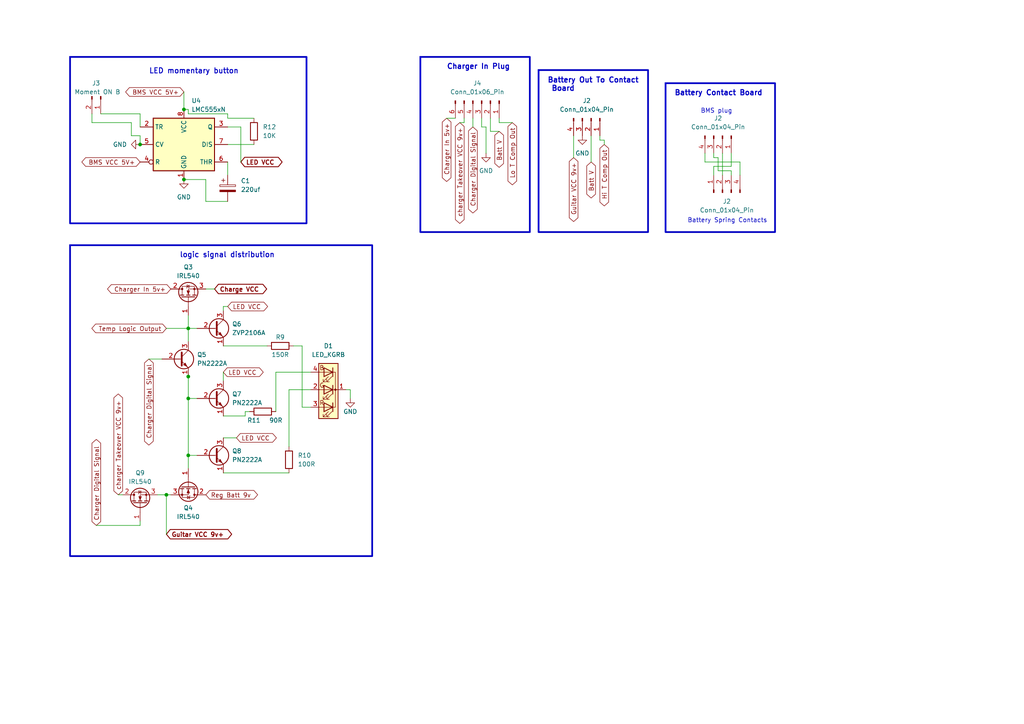
<source format=kicad_sch>
(kicad_sch (version 20230121) (generator eeschema)
  (paper "A4")
  (lib_symbols
    (symbol "Connector:Conn_01x02_Pin" (pin_names (offset 1.016) hide)
      (property "Reference" "J" (at 0 2.54 0))
      (property "Value" "Conn_01x02_Pin" (at 0 -5.08 0))
      (symbol "Conn_01x02_Pin_1_1"
        (polyline (pts (xy 1.27 -2.54) (xy 0.8636 -2.54)) (stroke (width 0.1524)))
        (polyline (pts (xy 1.27 0) (xy 0.8636 0)) (stroke (width 0.1524)))
        (rectangle (start 0.8636 -2.413) (end 0 -2.667) (stroke (width 0.1524)) (fill (type outline)))
        (rectangle (start 0.8636 0.127) (end 0 -0.127) (stroke (width 0.1524)) (fill (type outline)))
        (pin passive line (at 5.08 0 180) (length 3.81) (name "Pin_1") (number "1"))
        (pin passive line (at 5.08 -2.54 180) (length 3.81) (name "Pin_2") (number "2"))
      )
    )
    (symbol "Connector:Conn_01x04_Pin" (pin_names (offset 1.016) hide)
      (property "Reference" "J" (at 0 5.08 0))
      (property "Value" "Conn_01x04_Pin" (at 0 -7.62 0))
      (symbol "Conn_01x04_Pin_1_1"
        (polyline (pts (xy 1.27 -5.08) (xy 0.8636 -5.08)) (stroke (width 0.1524)))
        (polyline (pts (xy 1.27 -2.54) (xy 0.8636 -2.54)) (stroke (width 0.1524)))
        (polyline (pts (xy 1.27 0) (xy 0.8636 0)) (stroke (width 0.1524)))
        (polyline (pts (xy 1.27 2.54) (xy 0.8636 2.54)) (stroke (width 0.1524)))
        (rectangle (start 0.8636 -4.953) (end 0 -5.207) (stroke (width 0.1524)) (fill (type outline)))
        (rectangle (start 0.8636 -2.413) (end 0 -2.667) (stroke (width 0.1524)) (fill (type outline)))
        (rectangle (start 0.8636 0.127) (end 0 -0.127) (stroke (width 0.1524)) (fill (type outline)))
        (rectangle (start 0.8636 2.667) (end 0 2.413) (stroke (width 0.1524)) (fill (type outline)))
        (pin passive line (at 5.08 2.54 180) (length 3.81) (name "Pin_1") (number "1"))
        (pin passive line (at 5.08 0 180) (length 3.81) (name "Pin_2") (number "2"))
        (pin passive line (at 5.08 -2.54 180) (length 3.81) (name "Pin_3") (number "3"))
        (pin passive line (at 5.08 -5.08 180) (length 3.81) (name "Pin_4") (number "4"))
      )
    )
    (symbol "Connector:Conn_01x06_Pin" (pin_names (offset 1.016) hide)
      (property "Reference" "J" (at 0 7.62 0))
      (property "Value" "Conn_01x06_Pin" (at 0 -10.16 0))
      (symbol "Conn_01x06_Pin_1_1"
        (polyline (pts (xy 1.27 -7.62) (xy 0.8636 -7.62)) (stroke (width 0.1524)))
        (polyline (pts (xy 1.27 -5.08) (xy 0.8636 -5.08)) (stroke (width 0.1524)))
        (polyline (pts (xy 1.27 -2.54) (xy 0.8636 -2.54)) (stroke (width 0.1524)))
        (polyline (pts (xy 1.27 0) (xy 0.8636 0)) (stroke (width 0.1524)))
        (polyline (pts (xy 1.27 2.54) (xy 0.8636 2.54)) (stroke (width 0.1524)))
        (polyline (pts (xy 1.27 5.08) (xy 0.8636 5.08)) (stroke (width 0.1524)))
        (rectangle (start 0.8636 -7.493) (end 0 -7.747) (stroke (width 0.1524)) (fill (type outline)))
        (rectangle (start 0.8636 -4.953) (end 0 -5.207) (stroke (width 0.1524)) (fill (type outline)))
        (rectangle (start 0.8636 -2.413) (end 0 -2.667) (stroke (width 0.1524)) (fill (type outline)))
        (rectangle (start 0.8636 0.127) (end 0 -0.127) (stroke (width 0.1524)) (fill (type outline)))
        (rectangle (start 0.8636 2.667) (end 0 2.413) (stroke (width 0.1524)) (fill (type outline)))
        (rectangle (start 0.8636 5.207) (end 0 4.953) (stroke (width 0.1524)) (fill (type outline)))
        (pin passive line (at 5.08 5.08 180) (length 3.81) (name "Pin_1") (number "1"))
        (pin passive line (at 5.08 2.54 180) (length 3.81) (name "Pin_2") (number "2"))
        (pin passive line (at 5.08 0 180) (length 3.81) (name "Pin_3") (number "3"))
        (pin passive line (at 5.08 -2.54 180) (length 3.81) (name "Pin_4") (number "4"))
        (pin passive line (at 5.08 -5.08 180) (length 3.81) (name "Pin_5") (number "5"))
        (pin passive line (at 5.08 -7.62 180) (length 3.81) (name "Pin_6") (number "6"))
      )
    )
    (symbol "Device:C_Polarized" (pin_numbers hide) (pin_names (offset 0.254))
      (property "Reference" "C" (at 0.635 2.54 0))
      (property "Value" "C_Polarized" (at 0.635 -2.54 0))
      (symbol "C_Polarized_0_1"
        (rectangle (start -2.286 0.508) (end 2.286 1.016))
        (polyline (pts (xy -1.778 2.286) (xy -0.762 2.286)))
        (polyline (pts (xy -1.27 2.794) (xy -1.27 1.778)))
        (rectangle (start 2.286 -0.508) (end -2.286 -1.016) (fill (type outline)))
      )
      (symbol "C_Polarized_1_1"
        (pin passive line (at 0 3.81 270) (length 2.794) (name "~") (number "1"))
        (pin passive line (at 0 -3.81 90) (length 2.794) (name "~") (number "2"))
      )
    )
    (symbol "Device:LED_KGRB" (pin_names (offset 0) hide)
      (property "Reference" "D" (at 0 9.398 0))
      (property "Value" "LED_KGRB" (at 0 -8.89 0))
      (symbol "LED_KGRB_0_0"
        (text "B" (at 1.905 -6.35 0) (effects (font (size 1.27 1.27))))
        (text "G" (at 1.905 -1.27 0) (effects (font (size 1.27 1.27))))
        (text "R" (at 1.905 3.81 0) (effects (font (size 1.27 1.27))))
      )
      (symbol "LED_KGRB_0_1"
        (circle (center -2.032 0) (radius 0.254) (fill (type outline)))
        (polyline (pts (xy -1.27 -5.08) (xy 1.27 -5.08)))
        (polyline (pts (xy -1.27 -3.81) (xy -1.27 -6.35)) (stroke (width 0.254)))
        (polyline (pts (xy -1.27 0) (xy -2.54 0)))
        (polyline (pts (xy -1.27 1.27) (xy -1.27 -1.27)) (stroke (width 0.254)))
        (polyline (pts (xy -1.27 5.08) (xy 1.27 5.08)))
        (polyline (pts (xy -1.27 6.35) (xy -1.27 3.81)) (stroke (width 0.254)))
        (polyline (pts (xy 1.27 -5.08) (xy 2.54 -5.08)))
        (polyline (pts (xy 1.27 0) (xy -1.27 0)))
        (polyline (pts (xy 1.27 0) (xy 2.54 0)))
        (polyline (pts (xy 1.27 5.08) (xy 2.54 5.08)))
        (polyline (pts (xy -1.27 1.27) (xy -1.27 -1.27) (xy -1.27 -1.27)))
        (polyline (pts (xy -1.27 6.35) (xy -1.27 3.81) (xy -1.27 3.81)))
        (polyline (pts (xy -1.27 5.08) (xy -2.032 5.08) (xy -2.032 -5.08) (xy -1.016 -5.08)))
        (polyline (pts (xy 1.27 -3.81) (xy 1.27 -6.35) (xy -1.27 -5.08) (xy 1.27 -3.81)) (stroke (width 0.254)))
        (polyline (pts (xy 1.27 1.27) (xy 1.27 -1.27) (xy -1.27 0) (xy 1.27 1.27)) (stroke (width 0.254)))
        (polyline (pts (xy 1.27 6.35) (xy 1.27 3.81) (xy -1.27 5.08) (xy 1.27 6.35)) (stroke (width 0.254)))
        (polyline (pts (xy -1.016 -3.81) (xy 0.508 -2.286) (xy -0.254 -2.286) (xy 0.508 -2.286) (xy 0.508 -3.048)))
        (polyline (pts (xy -1.016 1.27) (xy 0.508 2.794) (xy -0.254 2.794) (xy 0.508 2.794) (xy 0.508 2.032)))
        (polyline (pts (xy -1.016 6.35) (xy 0.508 7.874) (xy -0.254 7.874) (xy 0.508 7.874) (xy 0.508 7.112)))
        (polyline (pts (xy 0 -3.81) (xy 1.524 -2.286) (xy 0.762 -2.286) (xy 1.524 -2.286) (xy 1.524 -3.048)))
        (polyline (pts (xy 0 1.27) (xy 1.524 2.794) (xy 0.762 2.794) (xy 1.524 2.794) (xy 1.524 2.032)))
        (polyline (pts (xy 0 6.35) (xy 1.524 7.874) (xy 0.762 7.874) (xy 1.524 7.874) (xy 1.524 7.112)))
        (rectangle (start 1.27 -1.27) (end 1.27 1.27))
        (rectangle (start 1.27 1.27) (end 1.27 1.27))
        (rectangle (start 1.27 3.81) (end 1.27 6.35))
        (rectangle (start 1.27 6.35) (end 1.27 6.35))
        (rectangle (start 2.794 8.382) (end -2.794 -7.62) (stroke (width 0.254)) (fill (type background)))
      )
      (symbol "LED_KGRB_1_1"
        (pin passive line (at -5.08 0 0) (length 2.54) (name "K") (number "1"))
        (pin passive line (at 5.08 0 180) (length 2.54) (name "GA") (number "2"))
        (pin passive line (at 5.08 5.08 180) (length 2.54) (name "RA") (number "3"))
        (pin passive line (at 5.08 -5.08 180) (length 2.54) (name "BA") (number "4"))
      )
    )
    (symbol "Device:R" (pin_numbers hide) (pin_names (offset 0))
      (property "Reference" "R" (at 2.032 0 90))
      (property "Value" "R" (at 0 0 90))
      (symbol "R_0_1"
        (rectangle (start -1.016 -2.54) (end 1.016 2.54) (stroke (width 0.254)))
      )
      (symbol "R_1_1"
        (pin passive line (at 0 3.81 270) (length 1.27) (name "~") (number "1"))
        (pin passive line (at 0 -3.81 90) (length 1.27) (name "~") (number "2"))
      )
    )
    (symbol "Timer:LMC555xN"
      (property "Reference" "U" (at -10.16 8.89 0))
      (property "Value" "LMC555xN" (at 2.54 8.89 0))
      (symbol "LMC555xN_0_0"
        (pin power_in line (at 0 -10.16 90) (length 2.54) (name "GND") (number "1"))
        (pin power_in line (at 0 10.16 270) (length 2.54) (name "VCC") (number "8"))
      )
      (symbol "LMC555xN_0_1"
        (rectangle (start -8.89 -7.62) (end 8.89 7.62) (stroke (width 0.254)) (fill (type background)))
        (rectangle (start -8.89 -7.62) (end 8.89 7.62) (stroke (width 0.254)) (fill (type background)))
      )
      (symbol "LMC555xN_1_1"
        (pin input line (at -12.7 5.08 0) (length 3.81) (name "TR") (number "2"))
        (pin output line (at 12.7 5.08 180) (length 3.81) (name "Q") (number "3"))
        (pin input inverted (at -12.7 -5.08 0) (length 3.81) (name "R") (number "4"))
        (pin input line (at -12.7 0 0) (length 3.81) (name "CV") (number "5"))
        (pin input line (at 12.7 -5.08 180) (length 3.81) (name "THR") (number "6"))
        (pin input line (at 12.7 0 180) (length 3.81) (name "DIS") (number "7"))
      )
    )
    (symbol "Transistor_BJT:PN2222A" (pin_names (offset 0) hide)
      (property "Reference" "Q" (at 5.08 1.905 0))
      (property "Value" "PN2222A" (at 5.08 0 0))
      (symbol "PN2222A_0_1"
        (polyline (pts (xy 0 0) (xy 0.635 0)))
        (polyline (pts (xy 2.54 -2.54) (xy 0.635 -0.635)))
        (polyline (pts (xy 2.54 2.54) (xy 0.635 0.635)))
        (polyline (pts (xy 0.635 1.905) (xy 0.635 -1.905) (xy 0.635 -1.905)) (stroke (width 0.508)))
        (polyline (pts (xy 2.413 -2.413) (xy 1.905 -1.905) (xy 1.905 -1.905)))
        (polyline (pts (xy 1.143 -1.651) (xy 1.651 -1.143) (xy 2.159 -2.159) (xy 1.143 -1.651) (xy 1.143 -1.651)) (fill (type outline)))
        (circle (center 1.27 0) (radius 2.8194) (stroke (width 0.254)))
      )
      (symbol "PN2222A_1_1"
        (pin passive line (at 2.54 -5.08 90) (length 2.54) (name "E") (number "1"))
        (pin input line (at -5.08 0 0) (length 5.08) (name "B") (number "2"))
        (pin passive line (at 2.54 5.08 270) (length 2.54) (name "C") (number "3"))
      )
    )
    (symbol "Transistor_FET:IRF540N" (pin_names hide)
      (property "Reference" "Q" (at 6.35 1.905 0))
      (property "Value" "IRF540N" (at 6.35 0 0))
      (symbol "IRF540N_0_1"
        (polyline (pts (xy 0.254 0) (xy -2.54 0)))
        (polyline (pts (xy 0.254 1.905) (xy 0.254 -1.905)) (stroke (width 0.254)))
        (polyline (pts (xy 0.762 -1.27) (xy 0.762 -2.286)) (stroke (width 0.254)))
        (polyline (pts (xy 0.762 0.508) (xy 0.762 -0.508)) (stroke (width 0.254)))
        (polyline (pts (xy 0.762 2.286) (xy 0.762 1.27)) (stroke (width 0.254)))
        (polyline (pts (xy 2.54 2.54) (xy 2.54 1.778)))
        (polyline (pts (xy 2.54 -2.54) (xy 2.54 0) (xy 0.762 0)))
        (polyline (pts (xy 0.762 -1.778) (xy 3.302 -1.778) (xy 3.302 1.778) (xy 0.762 1.778)))
        (polyline (pts (xy 1.016 0) (xy 2.032 0.381) (xy 2.032 -0.381) (xy 1.016 0)) (fill (type outline)))
        (polyline (pts (xy 2.794 0.508) (xy 2.921 0.381) (xy 3.683 0.381) (xy 3.81 0.254)))
        (polyline (pts (xy 3.302 0.381) (xy 2.921 -0.254) (xy 3.683 -0.254) (xy 3.302 0.381)))
        (circle (center 1.651 0) (radius 2.794) (stroke (width 0.254)))
        (circle (center 2.54 -1.778) (radius 0.254) (fill (type outline)))
        (circle (center 2.54 1.778) (radius 0.254) (fill (type outline)))
      )
      (symbol "IRF540N_1_1"
        (pin input line (at -5.08 0 0) (length 2.54) (name "G") (number "1"))
        (pin passive line (at 2.54 5.08 270) (length 2.54) (name "D") (number "2"))
        (pin passive line (at 2.54 -5.08 90) (length 2.54) (name "S") (number "3"))
      )
    )
    (symbol "power:GND" (power) (pin_names (offset 0))
      (property "Value" "GND" (at 0 -3.81 0))
      (symbol "GND_0_1"
        (polyline (pts (xy 0 0) (xy 0 -1.27) (xy 1.27 -1.27) (xy 0 -2.54) (xy -1.27 -1.27) (xy 0 -1.27)))
      )
      (symbol "GND_1_1"
        (pin power_in line (at 0 0 270) (length 0) hide (name "GND") (number "1"))
      )
    )
  )
  (junction (at 54.61 95.25))
  (junction (at 48.26 143.51))
  (junction (at 54.61 115.57))
  (junction (at 54.61 109.22))
  (junction (at 54.61 132.08))
  (junction (at 53.34 31.75))
  (junction (at 40.64 41.91))
  (junction (at 53.34 52.07))
  (wire (pts (xy 71.12 120.65) (xy 64.77 120.65)))
  (wire (pts (xy 139.7 36.83) (xy 139.7 34.29)))
  (wire (pts (xy 54.61 91.44) (xy 54.61 95.25)))
  (wire (pts (xy 208.28 45.72) (xy 207.01 45.72)))
  (wire (pts (xy 54.61 95.25) (xy 57.15 95.25)))
  (wire (pts (xy 27.94 152.4) (xy 40.64 152.4)))
  (wire (pts (xy 54.61 95.25) (xy 54.61 99.06)))
  (wire (pts (xy 38.1 39.37) (xy 40.64 39.37)))
  (wire (pts (xy 175.26 40.64) (xy 175.26 41.91)))
  (wire (pts (xy 209.55 44.45) (xy 209.55 50.8)))
  (wire (pts (xy 171.45 39.37) (xy 171.45 46.99)))
  (wire (pts (xy 137.16 34.29) (xy 137.16 36.83)))
  (wire (pts (xy 212.09 49.53) (xy 208.28 49.53)))
  (wire (pts (xy 66.04 41.91) (xy 73.66 41.91)))
  (wire (pts (xy 48.26 95.25) (xy 54.61 95.25)))
  (wire (pts (xy 40.64 33.02) (xy 40.64 36.83)))
  (wire (pts (xy 85.09 100.33) (xy 87.63 100.33)))
  (wire (pts (xy 54.61 115.57) (xy 57.15 115.57)))
  (wire (pts (xy 212.09 50.8) (xy 212.09 49.53)))
  (wire (pts (xy 87.63 118.11) (xy 87.63 100.33)))
  (wire (pts (xy 69.85 36.83) (xy 66.04 36.83)))
  (wire (pts (xy 83.82 113.03) (xy 90.17 113.03)))
  (wire (pts (xy 43.18 104.14) (xy 46.99 104.14)))
  (wire (pts (xy 142.24 38.1) (xy 144.78 38.1)))
  (wire (pts (xy 101.6 115.57) (xy 101.6 113.03)))
  (wire (pts (xy 69.85 46.99) (xy 69.85 36.83)))
  (wire (pts (xy 64.77 127) (xy 68.58 127)))
  (wire (pts (xy 207.01 48.26) (xy 207.01 50.8)))
  (wire (pts (xy 48.26 143.51) (xy 45.72 143.51)))
  (wire (pts (xy 40.64 152.4) (xy 40.64 151.13)))
  (wire (pts (xy 140.97 44.45) (xy 140.97 36.83)))
  (wire (pts (xy 26.67 35.56) (xy 26.67 33.02)))
  (wire (pts (xy 53.34 26.67) (xy 53.34 31.75)))
  (wire (pts (xy 54.61 132.08) (xy 54.61 135.89)))
  (wire (pts (xy 26.67 35.56) (xy 38.1 35.56)))
  (wire (pts (xy 59.69 58.42) (xy 59.69 52.07)))
  (wire (pts (xy 54.61 33.02) (xy 54.61 31.75)))
  (wire (pts (xy 62.23 83.82) (xy 59.69 83.82)))
  (wire (pts (xy 38.1 35.56) (xy 38.1 39.37)))
  (wire (pts (xy 166.37 39.37) (xy 166.37 45.72)))
  (wire (pts (xy 49.53 143.51) (xy 48.26 143.51)))
  (wire (pts (xy 66.04 46.99) (xy 66.04 50.8)))
  (wire (pts (xy 204.47 46.99) (xy 214.63 46.99)))
  (wire (pts (xy 144.78 34.29) (xy 144.78 35.56)))
  (wire (pts (xy 48.26 143.51) (xy 48.26 154.94)))
  (wire (pts (xy 66.04 34.29) (xy 66.04 33.02)))
  (wire (pts (xy 173.99 39.37) (xy 173.99 40.64)))
  (wire (pts (xy 83.82 113.03) (xy 83.82 129.54)))
  (wire (pts (xy 35.56 143.51) (xy 34.29 143.51)))
  (wire (pts (xy 212.09 44.45) (xy 212.09 48.26)))
  (wire (pts (xy 101.6 113.03) (xy 100.33 113.03)))
  (wire (pts (xy 207.01 45.72) (xy 207.01 44.45)))
  (wire (pts (xy 64.77 137.16) (xy 83.82 137.16)))
  (wire (pts (xy 87.63 118.11) (xy 90.17 118.11)))
  (wire (pts (xy 72.39 119.38) (xy 71.12 119.38)))
  (wire (pts (xy 66.04 33.02) (xy 54.61 33.02)))
  (wire (pts (xy 54.61 31.75) (xy 53.34 31.75)))
  (wire (pts (xy 204.47 44.45) (xy 204.47 46.99)))
  (wire (pts (xy 73.66 34.29) (xy 66.04 34.29)))
  (wire (pts (xy 29.21 33.02) (xy 40.64 33.02)))
  (wire (pts (xy 80.01 107.95) (xy 80.01 119.38)))
  (wire (pts (xy 214.63 46.99) (xy 214.63 50.8)))
  (wire (pts (xy 71.12 119.38) (xy 71.12 120.65)))
  (wire (pts (xy 40.64 39.37) (xy 40.64 41.91)))
  (wire (pts (xy 64.77 88.9) (xy 66.04 88.9)))
  (wire (pts (xy 208.28 49.53) (xy 208.28 45.72)))
  (wire (pts (xy 64.77 107.95) (xy 64.77 110.49)))
  (wire (pts (xy 64.77 100.33) (xy 77.47 100.33)))
  (wire (pts (xy 80.01 107.95) (xy 90.17 107.95)))
  (wire (pts (xy 54.61 132.08) (xy 57.15 132.08)))
  (wire (pts (xy 134.62 35.56) (xy 134.62 34.29)))
  (wire (pts (xy 54.61 115.57) (xy 54.61 132.08)))
  (wire (pts (xy 59.69 52.07) (xy 53.34 52.07)))
  (wire (pts (xy 140.97 36.83) (xy 139.7 36.83)))
  (wire (pts (xy 212.09 48.26) (xy 207.01 48.26)))
  (wire (pts (xy 133.35 35.56) (xy 134.62 35.56)))
  (wire (pts (xy 142.24 34.29) (xy 142.24 38.1)))
  (wire (pts (xy 54.61 107.95) (xy 54.61 109.22)))
  (wire (pts (xy 173.99 40.64) (xy 175.26 40.64)))
  (wire (pts (xy 129.54 34.29) (xy 132.08 34.29)))
  (wire (pts (xy 64.77 88.9) (xy 64.77 90.17)))
  (wire (pts (xy 66.04 58.42) (xy 59.69 58.42)))
  (wire (pts (xy 144.78 35.56) (xy 148.59 35.56)))
  (wire (pts (xy 54.61 115.57) (xy 54.61 109.22)))
  (rectangle (start 121.92 16.51) (end 153.67 67.31) (stroke (width 0.5)))
  (rectangle (start 156.21 20.32) (end 187.96 67.31) (stroke (width 0.5)))
  (rectangle (start 20.32 16.51) (end 88.9 64.77) (stroke (width 0.5)))
  (rectangle (start 193.04 24.13) (end 224.79 67.31) (stroke (width 0.5)))
  (rectangle (start 20.32 71.12) (end 107.95 161.29) (stroke (width 0.5)))
  (text "Charger In Plug\n" (at 129.54 20.32 0) (effects (font (size 1.5 1.5) bold) (justify left bottom)))
  (text "LED momentary button" (at 43.18 21.59 0) (effects (font (size 1.5 1.5) (thickness 0.254) bold) (justify left bottom)))
  (text "Battery Spring Contacts\n" (at 199.39 64.77 0) (effects (font (size 1.27 1.27)) (justify left bottom)))
  (text "Battery Out To Contact\n Board\n" (at 158.75 26.67 0) (effects (font (size 1.5 1.5) bold) (justify left bottom)))
  (text "Battery Contact Board\n" (at 195.58 27.94 0) (effects (font (size 1.5 1.5) bold) (justify left bottom)))
  (text "logic signal distribution" (at 52.07 74.93 0) (effects (font (size 1.5 1.5) (thickness 0.254) bold) (justify left bottom)))
  (text "BMS plug\n" (at 203.2 33.02 0) (effects (font (size 1.27 1.27)) (justify left bottom)))
  (global_label "Batt V " (shape bidirectional) (at 171.45 46.99 270) (property "Intersheetrefs" "${INTERSHEET_REFS}" (effects hide)))
  (global_label "charger Takeover VCC 9v+" (shape bidirectional) (at 34.29 143.51 90) (property "Intersheetrefs" "${INTERSHEET_REFS}" (effects hide)))
  (global_label "Charger In 5v+" (shape bidirectional) (at 129.54 34.29 270) (property "Intersheetrefs" "${INTERSHEET_REFS}" (effects hide)))
  (global_label "BMS VCC 5V+" (shape bidirectional) (at 40.64 46.99 180) (property "Intersheetrefs" "${INTERSHEET_REFS}" (effects hide)))
  (global_label "Temp Logic Output" (shape bidirectional) (at 48.26 95.25 180) (property "Intersheetrefs" "${INTERSHEET_REFS}" (effects hide)))
  (global_label "Charger Digital Signal" (shape bidirectional) (at 137.16 36.83 270) (property "Intersheetrefs" "${INTERSHEET_REFS}" (effects hide)))
  (global_label "LED VCC" (shape bidirectional) (at 66.04 88.9 0) (property "Intersheetrefs" "${INTERSHEET_REFS}" (effects hide)))
  (global_label "charger Takeover VCC 9v+" (shape bidirectional) (at 133.35 35.56 270) (property "Intersheetrefs" "${INTERSHEET_REFS}" (effects hide)))
  (global_label "Charger Digital Signal" (shape bidirectional) (at 43.18 104.14 270) (property "Intersheetrefs" "${INTERSHEET_REFS}" (effects hide)))
  (global_label "Charger In 5v+" (shape bidirectional) (at 49.53 83.82 180) (property "Intersheetrefs" "${INTERSHEET_REFS}" (effects hide)))
  (global_label "LED VCC" (shape bidirectional) (at 68.58 127 0) (property "Intersheetrefs" "${INTERSHEET_REFS}" (effects hide)))
  (global_label "Guitar VCC 9v+" (shape bidirectional) (at 48.26 154.94 0) (effects (font (thickness 0.254) bold)) (property "Intersheetrefs" "${INTERSHEET_REFS}" (effects hide)))
  (global_label "Hi T Comp Out" (shape bidirectional) (at 175.26 41.91 270) (property "Intersheetrefs" "${INTERSHEET_REFS}" (effects hide)))
  (global_label "Charger Digital Signal" (shape bidirectional) (at 27.94 152.4 90) (property "Intersheetrefs" "${INTERSHEET_REFS}" (effects hide)))
  (global_label "Lo T Comp Out" (shape bidirectional) (at 148.59 35.56 270) (property "Intersheetrefs" "${INTERSHEET_REFS}" (effects hide)))
  (global_label "LED VCC" (shape bidirectional) (at 64.77 107.95 0) (property "Intersheetrefs" "${INTERSHEET_REFS}" (effects hide)))
  (global_label "LED VCC" (shape bidirectional) (at 69.85 46.99 0) (effects (font (thickness 0.254) bold)) (property "Intersheetrefs" "${INTERSHEET_REFS}" (effects hide)))
  (global_label "Charge VCC" (shape bidirectional) (at 62.23 83.82 0) (effects (font (thickness 0.254) bold)) (property "Intersheetrefs" "${INTERSHEET_REFS}" (effects hide)))
  (global_label "Batt V " (shape bidirectional) (at 144.78 38.1 270) (property "Intersheetrefs" "${INTERSHEET_REFS}" (effects hide)))
  (global_label "Reg Batt 9v" (shape bidirectional) (at 59.69 143.51 0) (property "Intersheetrefs" "${INTERSHEET_REFS}" (effects hide)))
  (global_label "BMS VCC 5V+" (shape bidirectional) (at 53.34 26.67 180) (property "Intersheetrefs" "${INTERSHEET_REFS}" (effects hide)))
  (global_label "Guitar VCC 9v+" (shape bidirectional) (at 166.37 45.72 270) (property "Intersheetrefs" "${INTERSHEET_REFS}" (effects hide)))
  (symbol (lib_id "power:GND") (at 140.97 44.45 0) (unit 1)
    (property "Reference" "#PWR025" (effects hide))
    (property "Value" "GND" (at 140.97 49.53 0))
    (instances (project "BMS" (path "" (reference "#PWR025") (unit 1)) (path "" (reference "#PWR012") (unit 1))) (project "BMS section one test pcb" (path "" (reference "#PWR025") (unit 1))))
  )
  (symbol (lib_id "Device:R") (at 81.28 100.33 90) (unit 1)
    (property "Reference" "R9" (at 81.28 97.79 90))
    (property "Value" "150R" (at 81.28 102.87 90))
    (property "Footprint" "Resistor_SMD:R_1206_3216Metric" (effects hide))
    (instances (project "BMS" (path "" (reference "R9") (unit 1)) (path "" (reference "R17") (unit 1))) (project "BMS section one test pcb" (path "" (reference "R9") (unit 1))))
  )
  (symbol (lib_id "Device:LED_KGRB") (at 95.25 113.03 180) (unit 1)
    (property "Reference" "D1" (at 95.25 100.33 0))
    (property "Value" "LED_KGRB" (at 95.25 102.87 0))
    (property "Footprint" "LED_THT:LED_D5.0mm-4_RGB" (effects hide))
    (instances (project "BMS" (path "" (reference "D1") (unit 1)) (path "" (reference "D2") (unit 1))) (project "BMS section one test pcb" (path "" (reference "D1") (unit 1))))
  )
  (symbol (lib_id "Transistor_BJT:PN2222A") (at 52.07 104.14 0) (unit 1)
    (property "Reference" "Q5" (at 57.15 102.87 0) (effects (justify left)))
    (property "Value" "PN2222A" (at 57.15 105.41 0) (effects (justify left)))
    (property "Footprint" "Package_TO_SOT_THT:TO-92_Inline" (effects hide))
    (property "Datasheet" "https://www.onsemi.com/pub/Collateral/PN2222-D.PDF" (effects hide))
    (instances (project "BMS" (path "" (reference "Q5") (unit 1)) (path "" (reference "Q13") (unit 1))) (project "BMS section one test pcb" (path "" (reference "Q5") (unit 1))))
  )
  (symbol (lib_id "Transistor_FET:IRF540N") (at 54.61 86.36 90) (unit 1)
    (property "Reference" "Q3" (at 54.61 77.47 90))
    (property "Value" "IRL540" (at 54.61 80.01 90))
    (property "Footprint" "Package_TO_SOT_THT:TO-220-3_Horizontal_TabDown" (effects hide))
    (property "Datasheet" "http://www.irf.com/product-info/datasheets/data/irf540n.pdf" (effects hide))
    (instances (project "BMS" (path "" (reference "Q3") (unit 1)) (path "" (reference "Q14") (unit 1))) (project "BMS section one test pcb" (path "" (reference "Q3") (unit 1))))
  )
  (symbol (lib_id "Connector:Conn_01x04_Pin") (at 171.45 34.29 270) (unit 1)
    (property "Reference" "J2" (at 170.18 29.21 90))
    (property "Value" "Conn_01x04_Pin" (at 170.18 31.75 90))
    (property "Footprint" "Connector_PinHeader_1.00mm:PinHeader_2x02_P1.00mm_Vertical" (effects hide))
    (instances (project "BMS" (path "" (reference "J2") (unit 1)) (path "" (reference "J1") (unit 1))) (project "BMS section one test pcb" (path "" (reference "J2") (unit 1))))
  )
  (symbol (lib_id "Transistor_BJT:PN2222A") (at 62.23 115.57 0) (unit 1)
    (property "Reference" "Q7" (at 67.31 114.3 0) (effects (justify left)))
    (property "Value" "PN2222A" (at 67.31 116.84 0) (effects (justify left)))
    (property "Footprint" "Package_TO_SOT_THT:TO-92_Inline" (effects hide))
    (property "Datasheet" "https://www.onsemi.com/pub/Collateral/PN2222-D.PDF" (effects hide))
    (instances (project "BMS" (path "" (reference "Q7") (unit 1)) (path "" (reference "Q17") (unit 1))) (project "BMS section one test pcb" (path "" (reference "Q7") (unit 1))))
  )
  (symbol (lib_id "power:GND") (at 53.34 52.07 0) (unit 1)
    (property "Reference" "#PWR017" (effects hide))
    (property "Value" "GND" (at 53.34 57.15 0))
    (instances (project "BMS" (path "" (reference "#PWR017") (unit 1)) (path "" (reference "#PWR011") (unit 1))) (project "BMS section one test pcb" (path "" (reference "#PWR017") (unit 1))))
  )
  (symbol (lib_id "Transistor_FET:IRF540N") (at 54.61 140.97 270) (unit 1)
    (property "Reference" "Q4" (at 54.61 147.32 90))
    (property "Value" "IRL540" (at 54.61 149.86 90))
    (property "Footprint" "Package_TO_SOT_THT:TO-220-3_Horizontal_TabDown" (effects hide))
    (property "Datasheet" "http://www.irf.com/product-info/datasheets/data/irf540n.pdf" (effects hide))
    (instances (project "BMS" (path "" (reference "Q4") (unit 1)) (path "" (reference "Q15") (unit 1))) (project "BMS section one test pcb" (path "" (reference "Q4") (unit 1))))
  )
  (symbol (lib_id "Connector:Conn_01x02_Pin") (at 29.21 27.94 270) (unit 1)
    (property "Reference" "J3" (at 26.67 24.13 90) (effects (justify left)))
    (property "Value" "Moment ON B" (at 21.59 26.67 90) (effects (justify left)))
    (property "Footprint" "Connector_PinHeader_1.00mm:PinHeader_1x02_P1.00mm_Vertical" (effects hide))
    (instances (project "BMS" (path "" (reference "J3") (unit 1)) (path "" (reference "J3") (unit 1)) (path "" (reference "J17") (unit 1))) (project "BMS section one test pcb" (path "" (reference "J3") (unit 1))))
  )
  (symbol (lib_id "Device:C_Polarized") (at 66.04 54.61 0) (unit 1)
    (property "Reference" "C1" (at 69.85 52.451 0) (effects (justify left)))
    (property "Value" "220uf" (at 69.85 54.991 0) (effects (justify left)))
    (property "Footprint" "Capacitor_THT:CP_Radial_D8.0mm_P5.00mm" (effects hide))
    (instances (project "BMS" (path "" (reference "C1") (unit 1)) (path "" (reference "C3") (unit 1))) (project "BMS section one test pcb" (path "" (reference "C1") (unit 1))))
  )
  (symbol (lib_id "Device:R") (at 73.66 38.1 180) (unit 1)
    (property "Reference" "R12" (at 76.2 36.83 0) (effects (justify right)))
    (property "Value" "10K" (at 76.2 39.37 0) (effects (justify right)))
    (property "Footprint" "Resistor_SMD:R_1206_3216Metric" (effects hide))
    (instances (project "BMS" (path "" (reference "R12") (unit 1)) (path "" (reference "R16") (unit 1))) (project "BMS section one test pcb" (path "" (reference "R12") (unit 1))))
  )
  (symbol (lib_id "Transistor_BJT:PN2222A") (at 62.23 95.25 0) (unit 1)
    (property "Reference" "Q6" (at 67.31 93.98 0) (effects (justify left)))
    (property "Value" "ZVP2106A" (at 67.31 96.52 0) (effects (justify left)))
    (property "Footprint" "Package_TO_SOT_THT:TO-92_Inline" (effects hide))
    (property "Datasheet" "https://www.onsemi.com/pub/Collateral/PN2222-D.PDF" (effects hide))
    (instances (project "BMS" (path "" (reference "Q6") (unit 1)) (path "" (reference "Q16") (unit 1))) (project "BMS section one test pcb" (path "" (reference "Q6") (unit 1))))
  )
  (symbol (lib_id "Connector:Conn_01x04_Pin") (at 209.55 55.88 90) (unit 1)
    (property "Reference" "J2" (at 210.82 58.42 90))
    (property "Value" "Conn_01x04_Pin" (at 210.82 60.96 90))
    (property "Footprint" "Connector_PinHeader_1.00mm:PinHeader_2x02_P1.00mm_Vertical" (effects hide))
    (instances (project "BMS" (path "" (reference "J2") (unit 1)) (path "" (reference "J16") (unit 1)) (path "" (reference "J16") (unit 1))) (project "BMS section one test pcb" (path "" (reference "J2") (unit 1))))
  )
  (symbol (lib_id "Transistor_FET:IRF540N") (at 40.64 146.05 90) (unit 1)
    (property "Reference" "Q9" (at 40.64 137.16 90))
    (property "Value" "IRL540" (at 40.64 139.7 90))
    (property "Footprint" "Package_TO_SOT_THT:TO-220-3_Horizontal_TabDown" (effects hide))
    (property "Datasheet" "http://www.irf.com/product-info/datasheets/data/irf540n.pdf" (effects hide))
    (instances (project "BMS" (path "" (reference "Q9") (unit 1)) (path "" (reference "Q12") (unit 1))) (project "BMS section one test pcb" (path "" (reference "Q9") (unit 1))))
  )
  (symbol (lib_id "Timer:LMC555xN") (at 53.34 41.91 0) (unit 1)
    (property "Reference" "U4" (at 55.5341 29.21 0) (effects (justify left)))
    (property "Value" "LMC555xN" (at 55.5341 31.75 0) (effects (justify left)))
    (property "Footprint" "Package_DIP:DIP-8_W7.62mm" (effects hide))
    (property "Datasheet" "http://www.ti.com/lit/ds/symlink/lmc555.pdf" (effects hide))
    (instances (project "BMS" (path "" (reference "U4") (unit 1)) (path "" (reference "U18") (unit 1))) (project "BMS section one test pcb" (path "" (reference "U4") (unit 1))))
  )
  (symbol (lib_id "Device:R") (at 76.2 119.38 270) (unit 1)
    (property "Reference" "R11" (at 73.66 121.92 90))
    (property "Value" "90R" (at 80.01 121.92 90))
    (property "Footprint" "Resistor_SMD:R_1206_3216Metric" (effects hide))
    (instances (project "BMS" (path "" (reference "R11") (unit 1)) (path "" (reference "R18") (unit 1))) (project "BMS section one test pcb" (path "" (reference "R11") (unit 1))))
  )
  (symbol (lib_id "Transistor_BJT:PN2222A") (at 62.23 132.08 0) (unit 1)
    (property "Reference" "Q8" (at 67.31 130.81 0) (effects (justify left)))
    (property "Value" "PN2222A" (at 67.31 133.35 0) (effects (justify left)))
    (property "Footprint" "Package_TO_SOT_THT:TO-92_Inline" (effects hide))
    (property "Datasheet" "https://www.onsemi.com/pub/Collateral/PN2222-D.PDF" (effects hide))
    (instances (project "BMS" (path "" (reference "Q8") (unit 1)) (path "" (reference "Q18") (unit 1))) (project "BMS section one test pcb" (path "" (reference "Q8") (unit 1))))
  )
  (symbol (lib_id "power:GND") (at 168.91 39.37 0) (unit 1)
    (property "Reference" "#PWR021" (effects hide))
    (property "Value" "GND" (at 168.91 44.45 0))
    (instances (project "BMS" (path "" (reference "#PWR021") (unit 1)) (path "" (reference "#PWR09") (unit 1))) (project "BMS section one test pcb" (path "" (reference "#PWR021") (unit 1))))
  )
  (symbol (lib_id "Device:R") (at 83.82 133.35 0) (unit 1)
    (property "Reference" "R10" (at 86.36 132.08 0) (effects (justify left)))
    (property "Value" "100R" (at 86.36 134.62 0) (effects (justify left)))
    (property "Footprint" "Resistor_SMD:R_1206_3216Metric" (effects hide))
    (instances (project "BMS" (path "" (reference "R10") (unit 1)) (path "" (reference "R19") (unit 1))) (project "BMS section one test pcb" (path "" (reference "R10") (unit 1))))
  )
  (symbol (lib_id "Connector:Conn_01x06_Pin") (at 139.7 29.21 270) (unit 1)
    (property "Reference" "J4" (at 138.43 24.13 90))
    (property "Value" "Conn_01x06_Pin" (at 138.43 26.67 90))
    (property "Footprint" "Connector_PinHeader_1.00mm:PinHeader_2x03_P1.00mm_Vertical" (effects hide))
    (instances (project "BMS" (path "" (reference "J4") (unit 1)) (path "" (reference "J13") (unit 1))) (project "BMS section one test pcb" (path "" (reference "J4") (unit 1))))
  )
  (symbol (lib_id "power:GND") (at 101.6 115.57 0) (unit 1)
    (property "Reference" "#PWR014" (effects hide))
    (property "Value" "GND" (at 101.6 119.38 0))
    (instances (project "BMS" (path "" (reference "#PWR014") (unit 1)) (path "" (reference "#PWR031") (unit 1))) (project "BMS section one test pcb" (path "" (reference "#PWR014") (unit 1))))
  )
  (symbol (lib_id "power:GND") (at 40.64 41.91 270) (unit 1)
    (property "Reference" "#PWR019" (effects hide))
    (property "Value" "GND" (at 36.83 41.91 90) (effects (justify right)))
    (instances (project "BMS" (path "" (reference "#PWR019") (unit 1)) (path "" (reference "#PWR07") (unit 1))) (project "BMS section one test pcb" (path "" (reference "#PWR019") (unit 1))))
  )
  (symbol (lib_id "Connector:Conn_01x04_Pin") (at 209.55 39.37 270) (unit 1)
    (property "Reference" "J2" (at 208.28 34.29 90))
    (property "Value" "Conn_01x04_Pin" (at 208.28 36.83 90))
    (property "Footprint" "Connector_PinHeader_1.00mm:PinHeader_2x02_P1.00mm_Vertical" (effects hide))
    (instances (project "BMS" (path "" (reference "J2") (unit 1)) (path "" (reference "J14") (unit 1)) (path "" (reference "J14") (unit 1))) (project "BMS section one test pcb" (path "" (reference "J2") (unit 1))))
  )
)
</source>
